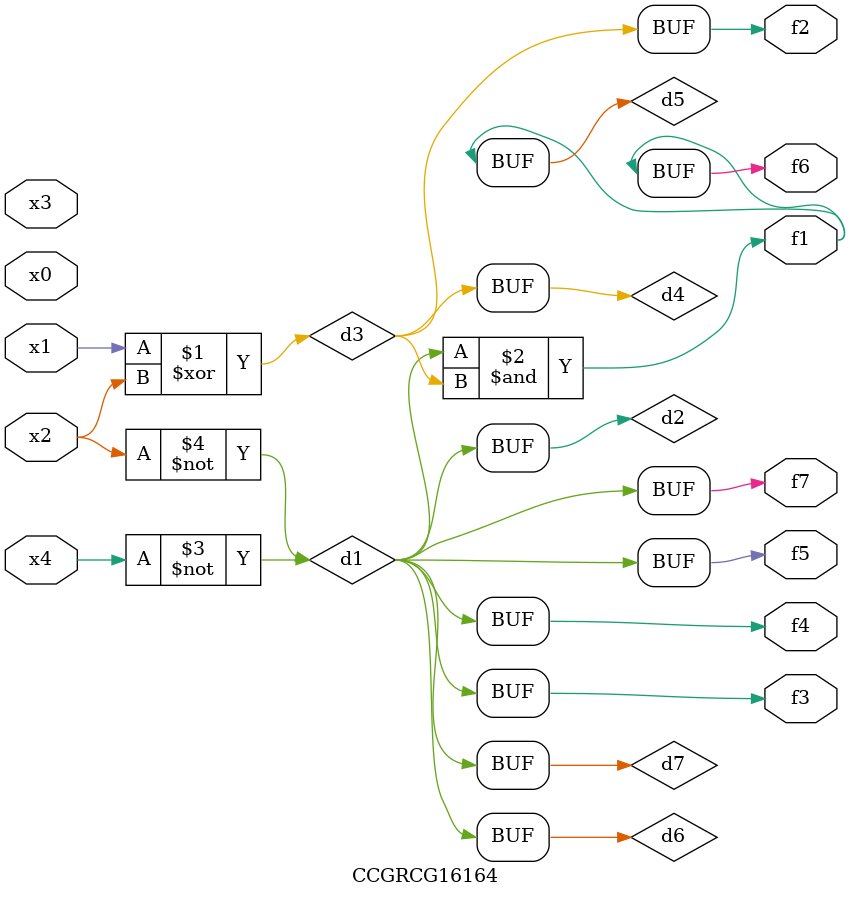
<source format=v>
module CCGRCG16164(
	input x0, x1, x2, x3, x4,
	output f1, f2, f3, f4, f5, f6, f7
);

	wire d1, d2, d3, d4, d5, d6, d7;

	not (d1, x4);
	not (d2, x2);
	xor (d3, x1, x2);
	buf (d4, d3);
	and (d5, d1, d3);
	buf (d6, d1, d2);
	buf (d7, d2);
	assign f1 = d5;
	assign f2 = d4;
	assign f3 = d7;
	assign f4 = d7;
	assign f5 = d7;
	assign f6 = d5;
	assign f7 = d7;
endmodule

</source>
